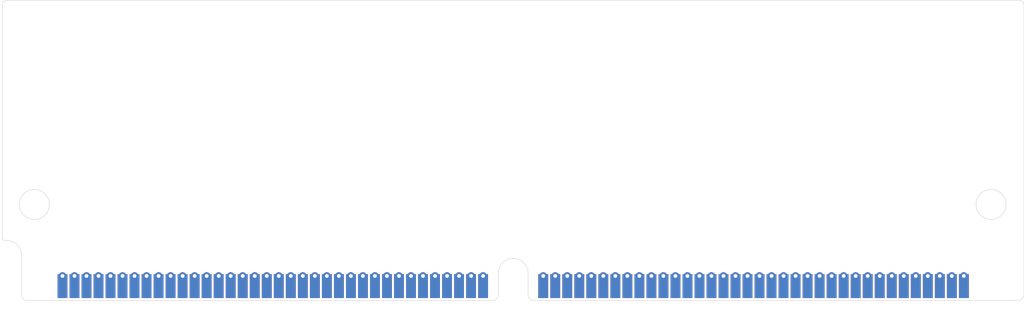
<source format=kicad_pcb>
(kicad_pcb (version 20221018) (generator pcbnew)
  (title_block (title "Raven SRAM module template") (date "2023") (rev "A") (company "www.happydaze.se") (comment 2 "PCB depth : 1.2mm") (comment 3 "Jedec Standard 21-C. Page 4.4.1-1") (comment 4 "72 pin SIMM module for SRAM"))
  (layers (0 "F.Cu" signal) (31 "B.Cu" signal) (34 "B.Paste" user) (35 "F.Paste" user) (36 "B.SilkS" user "B.Silkscreen") (37 "F.SilkS" user "F.Silkscreen") (38 "B.Mask" user) (39 "F.Mask" user) (44 "Edge.Cuts" user))
  (net 0 "")
  (net 1 "VCC")
  (net 2 "A2")
  (net 3 "A3")
  (net 4 "A4")
  (net 5 "A5")
  (net 6 "A6")
  (net 7 "A7")
  (net 8 "A8")
  (net 9 "A9")
  (net 10 "A10")
  (net 11 "A11")
  (net 12 "A12")
  (net 13 "GND")
  (net 14 "D31")
  (net 15 "D30")
  (net 16 "D29")
  (net 17 "D28")
  (net 18 "D27")
  (net 19 "D26")
  (net 20 "D25")
  (net 21 "D24")
  (net 22 "D23")
  (net 23 "D22")
  (net 24 "D21")
  (net 25 "D20")
  (net 26 "D19")
  (net 27 "D18")
  (net 28 "D17")
  (net 29 "D16")
  (net 30 "D15")
  (net 31 "D14")
  (net 32 "D13")
  (net 33 "D12")
  (net 34 "D11")
  (net 35 "D10")
  (net 36 "D9")
  (net 37 "D8")
  (net 38 "D7")
  (net 39 "D6")
  (net 40 "D5")
  (net 41 "D4")
  (net 42 "D3")
  (net 43 "D2")
  (net 44 "D1")
  (net 45 "D0")
  (net 46 "A23")
  (net 47 "A22")
  (net 48 "A21")
  (net 49 "A20")
  (net 50 "A19")
  (net 51 "A18")
  (net 52 "A17")
  (net 53 "A16")
  (net 54 "A15")
  (net 55 "A14")
  (net 56 "A13")
  (net 57 "~{BS0}")
  (net 58 "~{BS1}")
  (net 59 "~{BS2}")
  (net 60 "~{BS3}")
  (net 61 "~{OE}")
  (net 62 "~{WE}")
  (net 63 "unconnected-(J1-nc-Pad67)")
  (net 64 "unconnected-(J1-nc-Pad70)")
  (net 65 "unconnected-(J1-nc-Pad71)")
  (footprint "68k:SIMM72_edge" (layer "F.Cu") (at 51.0258 102.745)
    (fp_text reference "J1" hide)
    (fp_text value "SIMM72" hide)
    (fp_line (start 0 0) (end 0 6.096) (stroke (width 0.05)) (layer "Edge.Cuts"))
    (fp_line (start 0.254 6.35) (end 0.46 6.354793) (stroke (width 0.05)) (layer "Edge.Cuts"))
    (fp_line (start 2.03 12.065) (end 2.03 7.92) (stroke (width 0.05)) (layer "Edge.Cuts"))
    (fp_line (start 51.7652 12.7) (end 2.665 12.7) (stroke (width 0.05)) (layer "Edge.Cuts"))
    (fp_line (start 52.4002 12.065) (end 52.4002 9.8298) (stroke (width 0.05)) (layer "Edge.Cuts"))
    (fp_line (start 55.5498 12.065) (end 55.5498 9.8298) (stroke (width 0.05)) (layer "Edge.Cuts"))
    (fp_line (start 56.1848 12.7) (end 106.68 12.7) (stroke (width 0.05)) (layer "Edge.Cuts"))
    (fp_line (start 107.315 12.7) (end 106.68 12.7) (stroke (width 0.05)) (layer "Edge.Cuts"))
    (fp_line (start 107.95 0) (end 107.95 11.43) (stroke (width 0.05)) (layer "Edge.Cuts"))
    (fp_line (start 107.95 12.065) (end 107.95 11.43) (stroke (width 0.05)) (layer "Edge.Cuts"))
    (fp_arc (start 0.254 6.35) (mid 0.074395 6.275605) (end 0 6.096) (stroke (width 0.05)) (layer "Edge.Cuts"))
    (fp_arc (start 0.46 6.354793) (mid 1.568464 6.812942) (end 2.03 7.92) (stroke (width 0.05)) (layer "Edge.Cuts"))
    (fp_arc (start 2.665 12.7) (mid 2.215987 12.514013) (end 2.03 12.065) (stroke (width 0.05)) (layer "Edge.Cuts"))
    (fp_arc (start 52.4002 9.8298) (mid 53.975 8.255) (end 55.5498 9.8298) (stroke (width 0.05)) (layer "Edge.Cuts"))
    (fp_arc (start 52.4002 12.065) (mid 52.214213 12.514013) (end 51.7652 12.7) (stroke (width 0.05)) (layer "Edge.Cuts"))
    (fp_arc (start 56.1848 12.7) (mid 55.735787 12.514013) (end 55.5498 12.065) (stroke (width 0.05)) (layer "Edge.Cuts"))
    (fp_arc (start 107.95 12.065) (mid 107.764013 12.514013) (end 107.315 12.7) (stroke (width 0.05)) (layer "Edge.Cuts"))
    (fp_circle (center 3.38 2.54) (end 4.953 2.3114) (stroke (width 0.05)) (fill none) (layer "Edge.Cuts"))
    (fp_circle (center 104.4702 2.54) (end 106.0602 2.54) (stroke (width 0.05)) (fill none) (layer "Edge.Cuts"))
    (pad "1" smd rect (at 6.3492 11.176) (size 1.04 2.54) (layers "F.Cu" "F.Paste" "F.Mask") (net 1 "VCC"))
    (pad "1" smd rect (at 6.3492 11.176) (size 1.04 2.54) (layers "B.Cu" "B.Paste" "B.Mask") (net 1 "VCC"))
    (pad "2" smd rect (at 7.6192 11.176) (size 1.04 2.54) (layers "F.Cu" "F.Paste" "F.Mask") (net 2 "A2"))
    (pad "2" smd rect (at 7.6192 11.176) (size 1.04 2.54) (layers "B.Cu" "B.Paste" "B.Mask") (net 2 "A2"))
    (pad "3" smd rect (at 8.8892 11.176) (size 1.04 2.54) (layers "F.Cu" "F.Paste" "F.Mask") (net 3 "A3"))
    (pad "3" smd rect (at 8.8892 11.176) (size 1.04 2.54) (layers "B.Cu" "B.Paste" "B.Mask") (net 3 "A3"))
    (pad "4" smd rect (at 10.1592 11.176) (size 1.04 2.54) (layers "F.Cu" "F.Paste" "F.Mask") (net 4 "A4"))
    (pad "4" smd rect (at 10.1592 11.176) (size 1.04 2.54) (layers "B.Cu" "B.Paste" "B.Mask") (net 4 "A4"))
    (pad "5" smd rect (at 11.4292 11.176) (size 1.04 2.54) (layers "F.Cu" "F.Paste" "F.Mask") (net 5 "A5"))
    (pad "5" smd rect (at 11.4292 11.176) (size 1.04 2.54) (layers "B.Cu" "B.Paste" "B.Mask") (net 5 "A5"))
    (pad "6" smd rect (at 12.6992 11.176) (size 1.04 2.54) (layers "F.Cu" "F.Paste" "F.Mask") (net 6 "A6"))
    (pad "6" smd rect (at 12.6992 11.176) (size 1.04 2.54) (layers "B.Cu" "B.Paste" "B.Mask") (net 6 "A6"))
    (pad "7" smd rect (at 13.9692 11.176) (size 1.04 2.54) (layers "F.Cu" "F.Paste" "F.Mask") (net 7 "A7"))
    (pad "7" smd rect (at 13.9692 11.176) (size 1.04 2.54) (layers "B.Cu" "B.Paste" "B.Mask") (net 7 "A7"))
    (pad "8" smd rect (at 15.2392 11.176) (size 1.04 2.54) (layers "F.Cu" "F.Paste" "F.Mask") (net 8 "A8"))
    (pad "8" smd rect (at 15.2392 11.176) (size 1.04 2.54) (layers "B.Cu" "B.Paste" "B.Mask") (net 8 "A8"))
    (pad "9" smd rect (at 16.5092 11.176) (size 1.04 2.54) (layers "F.Cu" "F.Paste" "F.Mask") (net 9 "A9"))
    (pad "9" smd rect (at 16.5092 11.176) (size 1.04 2.54) (layers "B.Cu" "B.Paste" "B.Mask") (net 9 "A9"))
    (pad "10" smd rect (at 17.7792 11.176) (size 1.04 2.54) (layers "F.Cu" "F.Paste" "F.Mask") (net 13 "GND"))
    (pad "10" smd rect (at 17.7792 11.176) (size 1.04 2.54) (layers "B.Cu" "B.Paste" "B.Mask") (net 13 "GND"))
    (pad "11" smd rect (at 19.0492 11.176) (size 1.04 2.54) (layers "F.Cu" "F.Paste" "F.Mask") (net 14 "D31"))
    (pad "11" smd rect (at 19.0492 11.176) (size 1.04 2.54) (layers "B.Cu" "B.Paste" "B.Mask") (net 14 "D31"))
    (pad "12" smd rect (at 20.3192 11.176) (size 1.04 2.54) (layers "F.Cu" "F.Paste" "F.Mask") (net 15 "D30"))
    (pad "12" smd rect (at 20.3192 11.176) (size 1.04 2.54) (layers "B.Cu" "B.Paste" "B.Mask") (net 15 "D30"))
    (pad "13" smd rect (at 21.5892 11.176) (size 1.04 2.54) (layers "F.Cu" "F.Paste" "F.Mask") (net 16 "D29"))
    (pad "13" smd rect (at 21.5892 11.176) (size 1.04 2.54) (layers "B.Cu" "B.Paste" "B.Mask") (net 16 "D29"))
    (pad "14" smd rect (at 22.8592 11.176) (size 1.04 2.54) (layers "F.Cu" "F.Paste" "F.Mask") (net 17 "D28"))
    (pad "14" smd rect (at 22.8592 11.176) (size 1.04 2.54) (layers "B.Cu" "B.Paste" "B.Mask") (net 17 "D28"))
    (pad "15" smd rect (at 24.1292 11.176) (size 1.04 2.54) (layers "F.Cu" "F.Paste" "F.Mask") (net 18 "D27"))
    (pad "15" smd rect (at 24.1292 11.176) (size 1.04 2.54) (layers "B.Cu" "B.Paste" "B.Mask") (net 18 "D27"))
    (pad "16" smd rect (at 25.3992 11.176) (size 1.04 2.54) (layers "F.Cu" "F.Paste" "F.Mask") (net 19 "D26"))
    (pad "16" smd rect (at 25.3992 11.176) (size 1.04 2.54) (layers "B.Cu" "B.Paste" "B.Mask") (net 19 "D26"))
    (pad "17" smd rect (at 26.6692 11.176) (size 1.04 2.54) (layers "F.Cu" "F.Paste" "F.Mask") (net 20 "D25"))
    (pad "17" smd rect (at 26.6692 11.176) (size 1.04 2.54) (layers "B.Cu" "B.Paste" "B.Mask") (net 20 "D25"))
    (pad "18" smd rect (at 27.9392 11.176) (size 1.04 2.54) (layers "F.Cu" "F.Paste" "F.Mask") (net 21 "D24"))
    (pad "18" smd rect (at 27.9392 11.176) (size 1.04 2.54) (layers "B.Cu" "B.Paste" "B.Mask") (net 21 "D24"))
    (pad "19" smd rect (at 29.2092 11.176) (size 1.04 2.54) (layers "F.Cu" "F.Paste" "F.Mask") (net 13 "GND"))
    (pad "19" smd rect (at 29.2092 11.176) (size 1.04 2.54) (layers "B.Cu" "B.Paste" "B.Mask") (net 13 "GND"))
    (pad "20" smd rect (at 30.4792 11.176) (size 1.04 2.54) (layers "F.Cu" "F.Paste" "F.Mask") (net 22 "D23"))
    (pad "20" smd rect (at 30.4792 11.176) (size 1.04 2.54) (layers "B.Cu" "B.Paste" "B.Mask") (net 22 "D23"))
    (pad "21" smd rect (at 31.7492 11.176) (size 1.04 2.54) (layers "F.Cu" "F.Paste" "F.Mask") (net 23 "D22"))
    (pad "21" smd rect (at 31.7492 11.176) (size 1.04 2.54) (layers "B.Cu" "B.Paste" "B.Mask") (net 23 "D22"))
    (pad "22" smd rect (at 33.0192 11.176) (size 1.04 2.54) (layers "F.Cu" "F.Paste" "F.Mask") (net 24 "D21"))
    (pad "22" smd rect (at 33.0192 11.176) (size 1.04 2.54) (layers "B.Cu" "B.Paste" "B.Mask") (net 24 "D21"))
    (pad "23" smd rect (at 34.2892 11.176) (size 1.04 2.54) (layers "F.Cu" "F.Paste" "F.Mask") (net 25 "D20"))
    (pad "23" smd rect (at 34.2892 11.176) (size 1.04 2.54) (layers "B.Cu" "B.Paste" "B.Mask") (net 25 "D20"))
    (pad "24" smd rect (at 35.5592 11.176) (size 1.04 2.54) (layers "F.Cu" "F.Paste" "F.Mask") (net 26 "D19"))
    (pad "24" smd rect (at 35.5592 11.176) (size 1.04 2.54) (layers "B.Cu" "B.Paste" "B.Mask") (net 26 "D19"))
    (pad "25" smd rect (at 36.8292 11.176) (size 1.04 2.54) (layers "F.Cu" "F.Paste" "F.Mask") (net 27 "D18"))
    (pad "25" smd rect (at 36.8292 11.176) (size 1.04 2.54) (layers "B.Cu" "B.Paste" "B.Mask") (net 27 "D18"))
    (pad "26" smd rect (at 38.0992 11.176) (size 1.04 2.54) (layers "F.Cu" "F.Paste" "F.Mask") (net 28 "D17"))
    (pad "26" smd rect (at 38.0992 11.176) (size 1.04 2.54) (layers "B.Cu" "B.Paste" "B.Mask") (net 28 "D17"))
    (pad "27" smd rect (at 39.3692 11.176) (size 1.04 2.54) (layers "F.Cu" "F.Paste" "F.Mask") (net 29 "D16"))
    (pad "27" smd rect (at 39.3692 11.176) (size 1.04 2.54) (layers "B.Cu" "B.Paste" "B.Mask") (net 29 "D16"))
    (pad "28" smd rect (at 40.6392 11.176) (size 1.04 2.54) (layers "F.Cu" "F.Paste" "F.Mask") (net 13 "GND"))
    (pad "28" smd rect (at 40.6392 11.176) (size 1.04 2.54) (layers "B.Cu" "B.Paste" "B.Mask") (net 13 "GND"))
    (pad "29" smd rect (at 41.9092 11.176) (size 1.04 2.54) (layers "F.Cu" "F.Paste" "F.Mask") (net 30 "D15"))
    (pad "29" smd rect (at 41.9092 11.176) (size 1.04 2.54) (layers "B.Cu" "B.Paste" "B.Mask") (net 30 "D15"))
    (pad "30" smd rect (at 43.1792 11.176) (size 1.04 2.54) (layers "F.Cu" "F.Paste" "F.Mask") (net 31 "D14"))
    (pad "30" smd rect (at 43.1792 11.176) (size 1.04 2.54) (layers "B.Cu" "B.Paste" "B.Mask") (net 31 "D14"))
    (pad "31" smd rect (at 44.4492 11.176) (size 1.04 2.54) (layers "F.Cu" "F.Paste" "F.Mask") (net 32 "D13"))
    (pad "31" smd rect (at 44.4492 11.176) (size 1.04 2.54) (layers "B.Cu" "B.Paste" "B.Mask") (net 32 "D13"))
    (pad "32" smd rect (at 45.7192 11.176) (size 1.04 2.54) (layers "F.Cu" "F.Paste" "F.Mask") (net 33 "D12"))
    (pad "32" smd rect (at 45.7192 11.176) (size 1.04 2.54) (layers "B.Cu" "B.Paste" "B.Mask") (net 33 "D12"))
    (pad "33" smd rect (at 46.9892 11.176) (size 1.04 2.54) (layers "F.Cu" "F.Paste" "F.Mask") (net 34 "D11"))
    (pad "33" smd rect (at 46.9892 11.176) (size 1.04 2.54) (layers "B.Cu" "B.Paste" "B.Mask") (net 34 "D11"))
    (pad "34" smd rect (at 48.2592 11.176) (size 1.04 2.54) (layers "F.Cu" "F.Paste" "F.Mask") (net 35 "D10"))
    (pad "34" smd rect (at 48.2592 11.176) (size 1.04 2.54) (layers "B.Cu" "B.Paste" "B.Mask") (net 35 "D10"))
    (pad "35" smd rect (at 49.5292 11.176) (size 1.04 2.54) (layers "F.Cu" "F.Paste" "F.Mask") (net 36 "D9"))
    (pad "35" smd rect (at 49.5292 11.176) (size 1.04 2.54) (layers "B.Cu" "B.Paste" "B.Mask") (net 36 "D9"))
    (pad "36" smd rect (at 50.7992 11.176) (size 1.04 2.54) (layers "F.Cu" "F.Paste" "F.Mask") (net 37 "D8"))
    (pad "36" smd rect (at 50.7992 11.176) (size 1.04 2.54) (layers "B.Cu" "B.Paste" "B.Mask") (net 37 "D8"))
    (pad "37" smd rect (at 57.1492 11.176) (size 1.04 2.54) (layers "F.Cu" "F.Paste" "F.Mask") (net 13 "GND"))
    (pad "37" smd rect (at 57.1492 11.176) (size 1.04 2.54) (layers "B.Cu" "B.Paste" "B.Mask") (net 13 "GND"))
    (pad "38" smd rect (at 58.4192 11.176) (size 1.04 2.54) (layers "F.Cu" "F.Paste" "F.Mask") (net 38 "D7"))
    (pad "38" smd rect (at 58.4192 11.176) (size 1.04 2.54) (layers "B.Cu" "B.Paste" "B.Mask") (net 38 "D7"))
    (pad "39" smd rect (at 59.6892 11.176) (size 1.04 2.54) (layers "F.Cu" "F.Paste" "F.Mask") (net 39 "D6"))
    (pad "39" smd rect (at 59.6892 11.176) (size 1.04 2.54) (layers "B.Cu" "B.Paste" "B.Mask") (net 39 "D6"))
    (pad "40" smd rect (at 60.9592 11.176) (size 1.04 2.54) (layers "F.Cu" "F.Paste" "F.Mask") (net 40 "D5"))
    (pad "40" smd rect (at 60.9592 11.176) (size 1.04 2.54) (layers "B.Cu" "B.Paste" "B.Mask") (net 40 "D5"))
    (pad "41" smd rect (at 62.2292 11.176) (size 1.04 2.54) (layers "F.Cu" "F.Paste" "F.Mask") (net 41 "D4"))
    (pad "41" smd rect (at 62.2292 11.176) (size 1.04 2.54) (layers "B.Cu" "B.Paste" "B.Mask") (net 41 "D4"))
    (pad "42" smd rect (at 63.4992 11.176) (size 1.04 2.54) (layers "F.Cu" "F.Paste" "F.Mask") (net 42 "D3"))
    (pad "42" smd rect (at 63.4992 11.176) (size 1.04 2.54) (layers "B.Cu" "B.Paste" "B.Mask") (net 42 "D3"))
    (pad "43" smd rect (at 64.7692 11.176) (size 1.04 2.54) (layers "F.Cu" "F.Paste" "F.Mask") (net 43 "D2"))
    (pad "43" smd rect (at 64.7692 11.176) (size 1.04 2.54) (layers "B.Cu" "B.Paste" "B.Mask") (net 43 "D2"))
    (pad "44" smd rect (at 66.0392 11.176) (size 1.04 2.54) (layers "F.Cu" "F.Paste" "F.Mask") (net 44 "D1"))
    (pad "44" smd rect (at 66.0392 11.176) (size 1.04 2.54) (layers "B.Cu" "B.Paste" "B.Mask") (net 44 "D1"))
    (pad "45" smd rect (at 67.3092 11.176) (size 1.04 2.54) (layers "F.Cu" "F.Paste" "F.Mask") (net 45 "D0"))
    (pad "45" smd rect (at 67.3092 11.176) (size 1.04 2.54) (layers "B.Cu" "B.Paste" "B.Mask") (net 45 "D0"))
    (pad "46" smd rect (at 68.5792 11.176) (size 1.04 2.54) (layers "F.Cu" "F.Paste" "F.Mask") (net 13 "GND"))
    (pad "46" smd rect (at 68.5792 11.176) (size 1.04 2.54) (layers "B.Cu" "B.Paste" "B.Mask") (net 13 "GND"))
    (pad "47" smd rect (at 69.8492 11.176) (size 1.04 2.54) (layers "F.Cu" "F.Paste" "F.Mask") (net 46 "A23"))
    (pad "47" smd rect (at 69.8492 11.176) (size 1.04 2.54) (layers "B.Cu" "B.Paste" "B.Mask") (net 46 "A23"))
    (pad "48" smd rect (at 71.1192 11.176) (size 1.04 2.54) (layers "F.Cu" "F.Paste" "F.Mask") (net 47 "A22"))
    (pad "48" smd rect (at 71.1192 11.176) (size 1.04 2.54) (layers "B.Cu" "B.Paste" "B.Mask") (net 47 "A22"))
    (pad "49" smd rect (at 72.3892 11.176) (size 1.04 2.54) (layers "F.Cu" "F.Paste" "F.Mask") (net 48 "A21"))
    (pad "49" smd rect (at 72.3892 11.176) (size 1.04 2.54) (layers "B.Cu" "B.Paste" "B.Mask") (net 48 "A21"))
    (pad "50" smd rect (at 73.6592 11.176) (size 1.04 2.54) (layers "F.Cu" "F.Paste" "F.Mask") (net 49 "A20"))
    (pad "50" smd rect (at 73.6592 11.176) (size 1.04 2.54) (layers "B.Cu" "B.Paste" "B.Mask") (net 49 "A20"))
    (pad "51" smd rect (at 74.9292 11.176) (size 1.04 2.54) (layers "F.Cu" "F.Paste" "F.Mask") (net 50 "A19"))
    (pad "51" smd rect (at 74.9292 11.176) (size 1.04 2.54) (layers "B.Cu" "B.Paste" "B.Mask") (net 50 "A19"))
    (pad "52" smd rect (at 76.1992 11.176) (size 1.04 2.54) (layers "F.Cu" "F.Paste" "F.Mask") (net 51 "A18"))
    (pad "52" smd rect (at 76.1992 11.176) (size 1.04 2.54) (layers "B.Cu" "B.Paste" "B.Mask") (net 51 "A18"))
    (pad "53" smd rect (at 77.4692 11.176) (size 1.04 2.54) (layers "F.Cu" "F.Paste" "F.Mask") (net 13 "GND"))
    (pad "53" smd rect (at 77.4692 11.176) (size 1.04 2.54) (layers "B.Cu" "B.Paste" "B.Mask") (net 13 "GND"))
    (pad "54" smd rect (at 78.7392 11.176) (size 1.04 2.54) (layers "F.Cu" "F.Paste" "F.Mask") (net 52 "A17"))
    (pad "54" smd rect (at 78.7392 11.176) (size 1.04 2.54) (layers "B.Cu" "B.Paste" "B.Mask") (net 52 "A17"))
    (pad "55" smd rect (at 80.0092 11.176) (size 1.04 2.54) (layers "F.Cu" "F.Paste" "F.Mask") (net 53 "A16"))
    (pad "55" smd rect (at 80.0092 11.176) (size 1.04 2.54) (layers "B.Cu" "B.Paste" "B.Mask") (net 53 "A16"))
    (pad "56" smd rect (at 81.2792 11.176) (size 1.04 2.54) (layers "F.Cu" "F.Paste" "F.Mask") (net 54 "A15"))
    (pad "56" smd rect (at 81.2792 11.176) (size 1.04 2.54) (layers "B.Cu" "B.Paste" "B.Mask") (net 54 "A15"))
    (pad "57" smd rect (at 82.5492 11.176) (size 1.04 2.54) (layers "F.Cu" "F.Paste" "F.Mask") (net 55 "A14"))
    (pad "57" smd rect (at 82.5492 11.176) (size 1.04 2.54) (layers "B.Cu" "B.Paste" "B.Mask") (net 55 "A14"))
    (pad "58" smd rect (at 83.8192 11.176) (size 1.04 2.54) (layers "F.Cu" "F.Paste" "F.Mask") (net 56 "A13"))
    (pad "58" smd rect (at 83.8192 11.176) (size 1.04 2.54) (layers "B.Cu" "B.Paste" "B.Mask") (net 56 "A13"))
    (pad "59" smd rect (at 85.0892 11.176) (size 1.04 2.54) (layers "F.Cu" "F.Paste" "F.Mask") (net 12 "A12"))
    (pad "59" smd rect (at 85.0892 11.176) (size 1.04 2.54) (layers "B.Cu" "B.Paste" "B.Mask") (net 12 "A12"))
    (pad "60" smd rect (at 86.3592 11.176) (size 1.04 2.54) (layers "F.Cu" "F.Paste" "F.Mask") (net 11 "A11"))
    (pad "60" smd rect (at 86.3592 11.176) (size 1.04 2.54) (layers "B.Cu" "B.Paste" "B.Mask") (net 11 "A11"))
    (pad "61" smd rect (at 87.6292 11.176) (size 1.04 2.54) (layers "F.Cu" "F.Paste" "F.Mask") (net 10 "A10"))
    (pad "61" smd rect (at 87.6292 11.176) (size 1.04 2.54) (layers "B.Cu" "B.Paste" "B.Mask") (net 10 "A10"))
    (pad "62" smd rect (at 88.8992 11.176) (size 1.04 2.54) (layers "F.Cu" "F.Paste" "F.Mask") (net 13 "GND"))
    (pad "62" smd rect (at 88.8992 11.176) (size 1.04 2.54) (layers "B.Cu" "B.Paste" "B.Mask") (net 13 "GND"))
    (pad "63" smd rect (at 90.1692 11.176) (size 1.04 2.54) (layers "F.Cu" "F.Paste" "F.Mask") (net 57 "~{BS0}"))
    (pad "63" smd rect (at 90.1692 11.176) (size 1.04 2.54) (layers "B.Cu" "B.Paste" "B.Mask") (net 57 "~{BS0}"))
    (pad "64" smd rect (at 91.4392 11.176) (size 1.04 2.54) (layers "F.Cu" "F.Paste" "F.Mask") (net 58 "~{BS1}"))
    (pad "64" smd rect (at 91.4392 11.176) (size 1.04 2.54) (layers "B.Cu" "B.Paste" "B.Mask") (net 58 "~{BS1}"))
    (pad "65" smd rect (at 92.7092 11.176) (size 1.04 2.54) (layers "F.Cu" "F.Paste" "F.Mask") (net 59 "~{BS2}"))
    (pad "65" smd rect (at 92.7092 11.176) (size 1.04 2.54) (layers "B.Cu" "B.Paste" "B.Mask") (net 59 "~{BS2}"))
    (pad "66" smd rect (at 93.9792 11.176) (size 1.04 2.54) (layers "F.Cu" "F.Paste" "F.Mask") (net 60 "~{BS3}"))
    (pad "66" smd rect (at 93.9792 11.176) (size 1.04 2.54) (layers "B.Cu" "B.Paste" "B.Mask") (net 60 "~{BS3}"))
    (pad "67" smd rect (at 95.2492 11.176) (size 1.04 2.54) (layers "F.Cu" "F.Paste" "F.Mask") (net 63 "unconnected-(J1-nc-Pad67)"))
    (pad "67" smd rect (at 95.2492 11.176) (size 1.04 2.54) (layers "B.Cu" "B.Paste" "B.Mask") (net 63 "unconnected-(J1-nc-Pad67)"))
    (pad "68" smd rect (at 96.5192 11.176) (size 1.04 2.54) (layers "F.Cu" "F.Paste" "F.Mask") (net 61 "~{OE}"))
    (pad "68" smd rect (at 96.5192 11.176) (size 1.04 2.54) (layers "B.Cu" "B.Paste" "B.Mask") (net 61 "~{OE}"))
    (pad "69" smd rect (at 97.7892 11.176) (size 1.04 2.54) (layers "F.Cu" "F.Paste" "F.Mask") (net 62 "~{WE}"))
    (pad "69" smd rect (at 97.7892 11.176) (size 1.04 2.54) (layers "B.Cu" "B.Paste" "B.Mask") (net 62 "~{WE}"))
    (pad "70" smd rect (at 99.0592 11.176) (size 1.04 2.54) (layers "F.Cu" "F.Paste" "F.Mask") (net 64 "unconnected-(J1-nc-Pad70)"))
    (pad "70" smd rect (at 99.0592 11.176) (size 1.04 2.54) (layers "B.Cu" "B.Paste" "B.Mask") (net 64 "unconnected-(J1-nc-Pad70)"))
    (pad "71" smd rect (at 100.3292 11.176) (size 1.04 2.54) (layers "F.Cu" "F.Paste" "F.Mask") (net 65 "unconnected-(J1-nc-Pad71)"))
    (pad "71" smd rect (at 100.3292 11.176) (size 1.04 2.54) (layers "B.Cu" "B.Paste" "B.Mask") (net 65 "unconnected-(J1-nc-Pad71)"))
    (pad "72" smd rect (at 101.5992 11.176) (size 1.04 2.54) (layers "F.Cu" "F.Paste" "F.Mask") (net 1 "VCC"))
    (pad "72" smd rect (at 101.5992 11.176) (size 1.04 2.54) (layers "B.Cu" "B.Paste" "B.Mask") (net 1 "VCC"))
  )
  (gr_arc (start 51.025 84.1776) (mid 51.17379 83.81839) (end 51.533 83.6696) (stroke (width 0.05)) (layer "Edge.Cuts"))
  (gr_arc (start 158.467 83.6696) (mid 158.82621 83.81839) (end 158.975 84.1776) (stroke (width 0.05)) (layer "Edge.Cuts"))
  (gr_line (start 158.975 84.1776) (end 158.9758 102.745) (stroke (width 0.05)) (layer "Edge.Cuts"))
  (gr_line (start 51.025 84.1776) (end 51.0258 102.745) (stroke (width 0.05)) (layer "Edge.Cuts"))
  (gr_line (start 158.467 83.6696) (end 51.533 83.6696) (stroke (width 0.05)) (layer "Edge.Cuts"))
  (via (at 57.375 112.8542) (size 0.8) (drill 0.4) (layers "F.Cu" "B.Cu") (net 1))
  (via (at 152.625 112.8542) (size 0.8) (drill 0.4) (layers "F.Cu" "B.Cu") (net 1))
  (via (at 58.645 112.8542) (size 0.8) (drill 0.4) (layers "F.Cu" "B.Cu") (net 2))
  (via (at 59.915 112.8542) (size 0.8) (drill 0.4) (layers "F.Cu" "B.Cu") (net 3))
  (via (at 61.185 112.8542) (size 0.8) (drill 0.4) (layers "F.Cu" "B.Cu") (net 4))
  (via (at 62.455 112.8542) (size 0.8) (drill 0.4) (layers "F.Cu" "B.Cu") (net 5))
  (via (at 63.725 112.8542) (size 0.8) (drill 0.4) (layers "F.Cu" "B.Cu") (net 6))
  (via (at 64.995 112.8542) (size 0.8) (drill 0.4) (layers "F.Cu" "B.Cu") (net 7))
  (via (at 66.265 112.8542) (size 0.8) (drill 0.4) (layers "F.Cu" "B.Cu") (net 8))
  (via (at 67.535 112.8542) (size 0.8) (drill 0.4) (layers "F.Cu" "B.Cu") (net 9))
  (via (at 138.655 112.8542) (size 0.8) (drill 0.4) (layers "F.Cu" "B.Cu") (net 10))
  (via (at 137.385 112.8542) (size 0.8) (drill 0.4) (layers "F.Cu" "B.Cu") (net 11))
  (via (at 136.115 112.8542) (size 0.8) (drill 0.4) (layers "F.Cu" "B.Cu") (net 12))
  (via (at 128.495 112.8542) (size 0.8) (drill 0.4) (layers "F.Cu" "B.Cu") (net 13))
  (via (at 68.805 112.8542) (size 0.8) (drill 0.4) (layers "F.Cu" "B.Cu") (net 13))
  (via (at 91.665 112.8542) (size 0.8) (drill 0.4) (layers "F.Cu" "B.Cu") (net 13))
  (via (at 108.175 112.8542) (size 0.8) (drill 0.4) (layers "F.Cu" "B.Cu") (net 13))
  (via (at 139.925 112.8542) (size 0.8) (drill 0.4) (layers "F.Cu" "B.Cu") (net 13))
  (via (at 119.605 112.8542) (size 0.8) (drill 0.4) (layers "F.Cu" "B.Cu") (net 13))
  (via (at 80.235 112.8542) (size 0.8) (drill 0.4) (layers "F.Cu" "B.Cu") (net 13))
  (via (at 70.075 112.8542) (size 0.8) (drill 0.4) (layers "F.Cu" "B.Cu") (net 14))
  (via (at 71.345 112.8542) (size 0.8) (drill 0.4) (layers "F.Cu" "B.Cu") (net 15))
  (via (at 72.615 112.8542) (size 0.8) (drill 0.4) (layers "F.Cu" "B.Cu") (net 16))
  (via (at 73.885 112.8542) (size 0.8) (drill 0.4) (layers "F.Cu" "B.Cu") (net 17))
  (via (at 75.155 112.8542) (size 0.8) (drill 0.4) (layers "F.Cu" "B.Cu") (net 18))
  (via (at 76.425 112.8542) (size 0.8) (drill 0.4) (layers "F.Cu" "B.Cu") (net 19))
  (via (at 77.695 112.8542) (size 0.8) (drill 0.4) (layers "F.Cu" "B.Cu") (net 20))
  (via (at 78.965 112.8542) (size 0.8) (drill 0.4) (layers "F.Cu" "B.Cu") (net 21))
  (via (at 81.505 112.8542) (size 0.8) (drill 0.4) (layers "F.Cu" "B.Cu") (net 22))
  (via (at 82.775 112.8542) (size 0.8) (drill 0.4) (layers "F.Cu" "B.Cu") (net 23))
  (via (at 84.045 112.8542) (size 0.8) (drill 0.4) (layers "F.Cu" "B.Cu") (net 24))
  (via (at 85.315 112.8542) (size 0.8) (drill 0.4) (layers "F.Cu" "B.Cu") (net 25))
  (via (at 86.585 112.8542) (size 0.8) (drill 0.4) (layers "F.Cu" "B.Cu") (net 26))
  (via (at 87.855 112.8542) (size 0.8) (drill 0.4) (layers "F.Cu" "B.Cu") (net 27))
  (via (at 89.125 112.8542) (size 0.8) (drill 0.4) (layers "F.Cu" "B.Cu") (net 28))
  (via (at 90.395 112.8542) (size 0.8) (drill 0.4) (layers "F.Cu" "B.Cu") (net 29))
  (via (at 92.935 112.8542) (size 0.8) (drill 0.4) (layers "F.Cu" "B.Cu") (net 30))
  (via (at 94.205 112.8542) (size 0.8) (drill 0.4) (layers "F.Cu" "B.Cu") (net 31))
  (via (at 95.475 112.8542) (size 0.8) (drill 0.4) (layers "F.Cu" "B.Cu") (net 32))
  (via (at 96.745 112.8542) (size 0.8) (drill 0.4) (layers "F.Cu" "B.Cu") (net 33))
  (via (at 98.015 112.8542) (size 0.8) (drill 0.4) (layers "F.Cu" "B.Cu") (net 34))
  (via (at 99.285 112.8542) (size 0.8) (drill 0.4) (layers "F.Cu" "B.Cu") (net 35))
  (via (at 100.555 112.8542) (size 0.8) (drill 0.4) (layers "F.Cu" "B.Cu") (net 36))
  (via (at 101.825 112.8542) (size 0.8) (drill 0.4) (layers "F.Cu" "B.Cu") (net 37))
  (via (at 109.445 112.8542) (size 0.8) (drill 0.4) (layers "F.Cu" "B.Cu") (net 38))
  (via (at 110.715 112.8542) (size 0.8) (drill 0.4) (layers "F.Cu" "B.Cu") (net 39))
  (via (at 111.985 112.8542) (size 0.8) (drill 0.4) (layers "F.Cu" "B.Cu") (net 40))
  (via (at 113.255 112.8542) (size 0.8) (drill 0.4) (layers "F.Cu" "B.Cu") (net 41))
  (via (at 114.525 112.8542) (size 0.8) (drill 0.4) (layers "F.Cu" "B.Cu") (net 42))
  (via (at 115.795 112.8542) (size 0.8) (drill 0.4) (layers "F.Cu" "B.Cu") (net 43))
  (via (at 117.065 112.8542) (size 0.8) (drill 0.4) (layers "F.Cu" "B.Cu") (net 44))
  (via (at 118.335 112.8542) (size 0.8) (drill 0.4) (layers "F.Cu" "B.Cu") (net 45))
  (via (at 120.875 112.8542) (size 0.8) (drill 0.4) (layers "F.Cu" "B.Cu") (net 46))
  (via (at 122.145 112.8542) (size 0.8) (drill 0.4) (layers "F.Cu" "B.Cu") (net 47))
  (via (at 123.415 112.8542) (size 0.8) (drill 0.4) (layers "F.Cu" "B.Cu") (net 48))
  (via (at 124.685 112.8542) (size 0.8) (drill 0.4) (layers "F.Cu" "B.Cu") (net 49))
  (via (at 125.955 112.8542) (size 0.8) (drill 0.4) (layers "F.Cu" "B.Cu") (net 50))
  (via (at 127.225 112.8542) (size 0.8) (drill 0.4) (layers "F.Cu" "B.Cu") (net 51))
  (via (at 129.765 112.8542) (size 0.8) (drill 0.4) (layers "F.Cu" "B.Cu") (net 52))
  (via (at 131.035 112.8542) (size 0.8) (drill 0.4) (layers "F.Cu" "B.Cu") (net 53))
  (via (at 132.305 112.8542) (size 0.8) (drill 0.4) (layers "F.Cu" "B.Cu") (net 54))
  (via (at 133.575 112.8542) (size 0.8) (drill 0.4) (layers "F.Cu" "B.Cu") (net 55))
  (via (at 134.845 112.8542) (size 0.8) (drill 0.4) (layers "F.Cu" "B.Cu") (net 56))
  (via (at 141.195 112.8542) (size 0.8) (drill 0.4) (layers "F.Cu" "B.Cu") (net 57))
  (via (at 142.465 112.8542) (size 0.8) (drill 0.4) (layers "F.Cu" "B.Cu") (net 58))
  (via (at 143.735 112.8542) (size 0.8) (drill 0.4) (layers "F.Cu" "B.Cu") (net 59))
  (via (at 145.005 112.8542) (size 0.8) (drill 0.4) (layers "F.Cu" "B.Cu") (net 60))
  (via (at 147.545 112.8542) (size 0.8) (drill 0.4) (layers "F.Cu" "B.Cu") (net 61))
  (via (at 148.815 112.8542) (size 0.8) (drill 0.4) (layers "F.Cu" "B.Cu") (net 62))
  (via (at 146.275 112.8542) (size 0.8) (drill 0.4) (layers "F.Cu" "B.Cu") (net 63))
  (via (at 150.085 112.8542) (size 0.8) (drill 0.4) (layers "F.Cu" "B.Cu") (net 64))
  (via (at 151.355 112.8542) (size 0.8) (drill 0.4) (layers "F.Cu" "B.Cu") (net 65))
)
</source>
